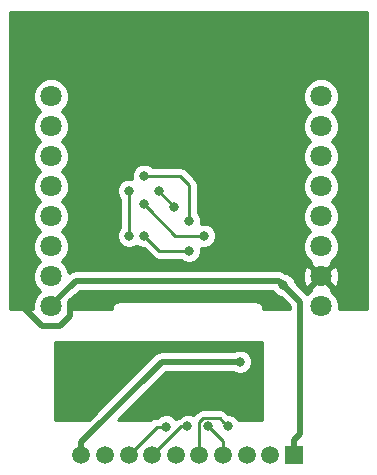
<source format=gbl>
G04 #@! TF.GenerationSoftware,KiCad,Pcbnew,(2017-09-19 revision dddaa7e69)-makepkg*
G04 #@! TF.CreationDate,2017-12-23T23:23:32+10:30*
G04 #@! TF.ProjectId,din_isolated_SPI,64696E5F69736F6C617465645F535049,rev?*
G04 #@! TF.SameCoordinates,Original*
G04 #@! TF.FileFunction,Copper,L2,Bot,Signal*
G04 #@! TF.FilePolarity,Positive*
%FSLAX46Y46*%
G04 Gerber Fmt 4.6, Leading zero omitted, Abs format (unit mm)*
G04 Created by KiCad (PCBNEW (2017-09-19 revision dddaa7e69)-makepkg) date 12/23/17 23:23:32*
%MOMM*%
%LPD*%
G01*
G04 APERTURE LIST*
%ADD10C,1.500000*%
%ADD11R,1.500000X1.500000*%
%ADD12C,1.800000*%
%ADD13C,0.800000*%
%ADD14C,0.250000*%
%ADD15C,0.500000*%
%ADD16C,0.254000*%
G04 APERTURE END LIST*
D10*
X123732000Y-89789000D03*
X125732000Y-89789000D03*
X127732000Y-89789000D03*
X129732000Y-89789000D03*
X131732000Y-89789000D03*
X133732000Y-89789000D03*
X135732000Y-89789000D03*
X137732000Y-89789000D03*
X139732000Y-89789000D03*
D11*
X141732000Y-89789000D03*
D12*
X144018000Y-59436000D03*
X144018000Y-61976000D03*
X144018000Y-64516000D03*
X144018000Y-67056000D03*
X144018000Y-69596000D03*
X144018000Y-72136000D03*
X144018000Y-74676000D03*
X144018000Y-77216000D03*
X121158000Y-77216000D03*
X121158000Y-74676000D03*
X121158000Y-72136000D03*
X121158000Y-69596000D03*
X121158000Y-67056000D03*
X121158000Y-64516000D03*
X121158000Y-61976000D03*
X121158000Y-59436000D03*
D13*
X127762000Y-67437000D03*
X127762000Y-71246988D03*
X130914712Y-87401978D03*
X132715000Y-87376000D03*
X136144000Y-87376000D03*
X130302008Y-67437000D03*
X131591054Y-68782715D03*
X129032000Y-71247004D03*
X132842000Y-72517004D03*
X129031996Y-68580000D03*
X134111990Y-71247000D03*
X129032000Y-66166998D03*
X132842000Y-69977000D03*
X137160000Y-81914966D03*
X134493000Y-87376000D03*
X123952000Y-76327000D03*
X118872000Y-61087000D03*
X118872000Y-58547000D03*
X118872000Y-56007000D03*
X118872000Y-63627000D03*
X118872000Y-66167000D03*
X118872000Y-68707000D03*
X118872000Y-71247000D03*
X118872000Y-73787000D03*
X118872000Y-76327000D03*
X146812000Y-76327000D03*
X146812000Y-73787000D03*
X146812000Y-71247000D03*
X146812000Y-68707000D03*
X146812000Y-66167000D03*
X146812000Y-63627000D03*
X146812000Y-61087000D03*
X146812000Y-58547000D03*
X146812000Y-56007000D03*
X146812000Y-53467000D03*
X144272000Y-53467000D03*
X141732000Y-53467000D03*
X139192000Y-53467000D03*
X136652000Y-53467000D03*
X134112000Y-53467000D03*
X131445000Y-53467000D03*
X129032000Y-53467000D03*
X126492000Y-53467000D03*
X123952000Y-53467000D03*
X121412000Y-53467000D03*
X118872000Y-53467000D03*
X125147774Y-85686206D03*
X137621004Y-85288635D03*
X125222000Y-83947000D03*
X125222000Y-81534000D03*
X140843000Y-75438000D03*
D14*
X127762000Y-70681303D02*
X127762000Y-67437000D01*
X127762000Y-71246988D02*
X127762000Y-70681303D01*
X130349027Y-87401978D02*
X130914712Y-87401978D01*
X130119022Y-87401978D02*
X130349027Y-87401978D01*
X127732000Y-89789000D02*
X130119022Y-87401978D01*
X132149315Y-87376000D02*
X132715000Y-87376000D01*
X132145000Y-87376000D02*
X132149315Y-87376000D01*
X129732000Y-89789000D02*
X132145000Y-87376000D01*
X135744001Y-86976001D02*
X136144000Y-87376000D01*
X135468999Y-86700999D02*
X135744001Y-86976001D01*
X134041999Y-86700999D02*
X135468999Y-86700999D01*
X133732000Y-87010998D02*
X134041999Y-86700999D01*
X133732000Y-89789000D02*
X133732000Y-87010998D01*
X131591054Y-68782715D02*
X130302008Y-67493669D01*
X130302008Y-67493669D02*
X130302008Y-67437000D01*
X129431999Y-71647003D02*
X129032000Y-71247004D01*
X130302000Y-72517004D02*
X129431999Y-71647003D01*
X132842000Y-72517004D02*
X130302000Y-72517004D01*
X131698996Y-71247000D02*
X129431995Y-68979999D01*
X129431995Y-68979999D02*
X129031996Y-68580000D01*
X134111990Y-71247000D02*
X131698996Y-71247000D01*
X132842000Y-69977000D02*
X132842000Y-66945998D01*
X132842000Y-66945998D02*
X132063000Y-66166998D01*
X129597685Y-66166998D02*
X129032000Y-66166998D01*
X132063000Y-66166998D02*
X129597685Y-66166998D01*
D15*
X136594315Y-81914966D02*
X137160000Y-81914966D01*
X123732000Y-89789000D02*
X123732000Y-88728340D01*
X130545374Y-81914966D02*
X136594315Y-81914966D01*
X123732000Y-88728340D02*
X130545374Y-81914966D01*
D14*
X134892999Y-87775999D02*
X134493000Y-87376000D01*
X135732000Y-88615000D02*
X134892999Y-87775999D01*
X135732000Y-89789000D02*
X135732000Y-88615000D01*
D15*
X118872000Y-77372002D02*
X120365999Y-78866001D01*
X120365999Y-78866001D02*
X121950001Y-78866001D01*
X121950001Y-78866001D02*
X122808001Y-78008001D01*
X118872000Y-76327000D02*
X118872000Y-77372002D01*
X122808001Y-78008001D02*
X122808001Y-76882230D01*
X122808001Y-76882230D02*
X123363231Y-76327000D01*
X123363231Y-76327000D02*
X123952000Y-76327000D01*
X118872000Y-73787000D02*
X118872000Y-76327000D01*
X118872000Y-71247000D02*
X118872000Y-73787000D01*
X140443001Y-75038001D02*
X140843000Y-75438000D01*
X123238001Y-75038001D02*
X140443001Y-75038001D01*
X121158000Y-77118002D02*
X123238001Y-75038001D01*
X121158000Y-77216000D02*
X121158000Y-77118002D01*
X142240000Y-76835000D02*
X140843000Y-75438000D01*
X142240000Y-88031000D02*
X142240000Y-76835000D01*
X141732000Y-89789000D02*
X141732000Y-88539000D01*
X141732000Y-88539000D02*
X142240000Y-88031000D01*
D16*
G36*
X139065000Y-86868000D02*
X137053970Y-86868000D01*
X137021942Y-86790485D01*
X136731046Y-86499081D01*
X136350777Y-86341180D01*
X136183836Y-86341034D01*
X136006400Y-86163598D01*
X135759838Y-85998851D01*
X135468999Y-85940999D01*
X134041999Y-85940999D01*
X133751160Y-85998851D01*
X133504598Y-86163598D01*
X133208117Y-86460079D01*
X132921777Y-86341180D01*
X132510029Y-86340821D01*
X132129485Y-86498058D01*
X131978076Y-86649204D01*
X131854160Y-86673852D01*
X131731865Y-86755567D01*
X131501758Y-86525059D01*
X131121489Y-86367158D01*
X130709741Y-86366799D01*
X130329197Y-86524036D01*
X130211049Y-86641978D01*
X130119022Y-86641978D01*
X129828183Y-86699830D01*
X129581621Y-86864577D01*
X129578198Y-86868000D01*
X126843920Y-86868000D01*
X130911953Y-82799966D01*
X136592415Y-82799966D01*
X136953223Y-82949786D01*
X137364971Y-82950145D01*
X137745515Y-82792908D01*
X138036919Y-82502012D01*
X138194820Y-82121743D01*
X138195179Y-81709995D01*
X138037942Y-81329451D01*
X137747046Y-81038047D01*
X137366777Y-80880146D01*
X136955029Y-80879787D01*
X136591567Y-81029966D01*
X130545379Y-81029966D01*
X130545374Y-81029965D01*
X130262890Y-81086156D01*
X130206699Y-81097333D01*
X129919584Y-81289176D01*
X129919582Y-81289179D01*
X124340760Y-86868000D01*
X121539000Y-86868000D01*
X121539000Y-80264000D01*
X139065000Y-80264000D01*
X139065000Y-86868000D01*
X139065000Y-86868000D01*
G37*
X139065000Y-86868000D02*
X137053970Y-86868000D01*
X137021942Y-86790485D01*
X136731046Y-86499081D01*
X136350777Y-86341180D01*
X136183836Y-86341034D01*
X136006400Y-86163598D01*
X135759838Y-85998851D01*
X135468999Y-85940999D01*
X134041999Y-85940999D01*
X133751160Y-85998851D01*
X133504598Y-86163598D01*
X133208117Y-86460079D01*
X132921777Y-86341180D01*
X132510029Y-86340821D01*
X132129485Y-86498058D01*
X131978076Y-86649204D01*
X131854160Y-86673852D01*
X131731865Y-86755567D01*
X131501758Y-86525059D01*
X131121489Y-86367158D01*
X130709741Y-86366799D01*
X130329197Y-86524036D01*
X130211049Y-86641978D01*
X130119022Y-86641978D01*
X129828183Y-86699830D01*
X129581621Y-86864577D01*
X129578198Y-86868000D01*
X126843920Y-86868000D01*
X130911953Y-82799966D01*
X136592415Y-82799966D01*
X136953223Y-82949786D01*
X137364971Y-82950145D01*
X137745515Y-82792908D01*
X138036919Y-82502012D01*
X138194820Y-82121743D01*
X138195179Y-81709995D01*
X138037942Y-81329451D01*
X137747046Y-81038047D01*
X137366777Y-80880146D01*
X136955029Y-80879787D01*
X136591567Y-81029966D01*
X130545379Y-81029966D01*
X130545374Y-81029965D01*
X130262890Y-81086156D01*
X130206699Y-81097333D01*
X129919584Y-81289176D01*
X129919582Y-81289179D01*
X124340760Y-86868000D01*
X121539000Y-86868000D01*
X121539000Y-80264000D01*
X139065000Y-80264000D01*
X139065000Y-86868000D01*
G36*
X147880000Y-77470000D02*
X145552779Y-77470000D01*
X145553265Y-76912009D01*
X145320068Y-76347629D01*
X144888643Y-75915449D01*
X144867806Y-75906797D01*
X144918554Y-75756159D01*
X144018000Y-74855605D01*
X143117446Y-75756159D01*
X143168035Y-75906327D01*
X143149629Y-75913932D01*
X142859817Y-76203238D01*
X141870131Y-75213551D01*
X141720942Y-74852485D01*
X141430046Y-74561081D01*
X141127218Y-74435336D01*
X142471542Y-74435336D01*
X142497161Y-75045460D01*
X142681357Y-75490148D01*
X142937841Y-75576554D01*
X143838395Y-74676000D01*
X144197605Y-74676000D01*
X145098159Y-75576554D01*
X145354643Y-75490148D01*
X145564458Y-74916664D01*
X145538839Y-74306540D01*
X145354643Y-73861852D01*
X145098159Y-73775446D01*
X144197605Y-74676000D01*
X143838395Y-74676000D01*
X142937841Y-73775446D01*
X142681357Y-73861852D01*
X142471542Y-74435336D01*
X141127218Y-74435336D01*
X141064301Y-74409211D01*
X141008624Y-74372009D01*
X140781676Y-74220368D01*
X140725485Y-74209191D01*
X140443001Y-74153000D01*
X140442996Y-74153001D01*
X123238006Y-74153001D01*
X123238001Y-74153000D01*
X122955517Y-74209191D01*
X122899326Y-74220368D01*
X122688746Y-74361072D01*
X122460068Y-73807629D01*
X122058818Y-73405677D01*
X122458551Y-73006643D01*
X122692733Y-72442670D01*
X122693265Y-71832009D01*
X122460068Y-71267629D01*
X122058818Y-70865677D01*
X122458551Y-70466643D01*
X122692733Y-69902670D01*
X122693265Y-69292009D01*
X122460068Y-68727629D01*
X122058818Y-68325677D01*
X122458551Y-67926643D01*
X122576757Y-67641971D01*
X126726821Y-67641971D01*
X126884058Y-68022515D01*
X127002000Y-68140663D01*
X127002000Y-70543227D01*
X126885081Y-70659942D01*
X126727180Y-71040211D01*
X126726821Y-71451959D01*
X126884058Y-71832503D01*
X127174954Y-72123907D01*
X127555223Y-72281808D01*
X127966971Y-72282167D01*
X128347515Y-72124930D01*
X128396823Y-72075708D01*
X128444954Y-72123923D01*
X128825223Y-72281824D01*
X128992164Y-72281970D01*
X129764599Y-73054405D01*
X130011160Y-73219152D01*
X130302000Y-73277004D01*
X132138239Y-73277004D01*
X132254954Y-73393923D01*
X132635223Y-73551824D01*
X133046971Y-73552183D01*
X133427515Y-73394946D01*
X133718919Y-73104050D01*
X133876820Y-72723781D01*
X133877179Y-72312033D01*
X133856304Y-72261511D01*
X133905213Y-72281820D01*
X134316961Y-72282179D01*
X134697505Y-72124942D01*
X134988909Y-71834046D01*
X135146810Y-71453777D01*
X135147169Y-71042029D01*
X134989932Y-70661485D01*
X134699036Y-70370081D01*
X134318767Y-70212180D01*
X133907019Y-70211821D01*
X133856509Y-70232691D01*
X133876820Y-70183777D01*
X133877179Y-69772029D01*
X133719942Y-69391485D01*
X133602000Y-69273337D01*
X133602000Y-66945998D01*
X133583200Y-66851485D01*
X133544148Y-66655158D01*
X133379401Y-66408597D01*
X132600401Y-65629597D01*
X132353839Y-65464850D01*
X132063000Y-65406998D01*
X129735761Y-65406998D01*
X129619046Y-65290079D01*
X129238777Y-65132178D01*
X128827029Y-65131819D01*
X128446485Y-65289056D01*
X128155081Y-65579952D01*
X127997180Y-65960221D01*
X127996821Y-66371969D01*
X128017697Y-66422493D01*
X127968777Y-66402180D01*
X127557029Y-66401821D01*
X127176485Y-66559058D01*
X126885081Y-66849954D01*
X126727180Y-67230223D01*
X126726821Y-67641971D01*
X122576757Y-67641971D01*
X122692733Y-67362670D01*
X122693265Y-66752009D01*
X122460068Y-66187629D01*
X122058818Y-65785677D01*
X122458551Y-65386643D01*
X122692733Y-64822670D01*
X122693265Y-64212009D01*
X122460068Y-63647629D01*
X122058818Y-63245677D01*
X122458551Y-62846643D01*
X122692733Y-62282670D01*
X122693265Y-61672009D01*
X122460068Y-61107629D01*
X122058818Y-60705677D01*
X122458551Y-60306643D01*
X122692733Y-59742670D01*
X122692735Y-59739991D01*
X142482735Y-59739991D01*
X142715932Y-60304371D01*
X143117182Y-60706323D01*
X142717449Y-61105357D01*
X142483267Y-61669330D01*
X142482735Y-62279991D01*
X142715932Y-62844371D01*
X143117182Y-63246323D01*
X142717449Y-63645357D01*
X142483267Y-64209330D01*
X142482735Y-64819991D01*
X142715932Y-65384371D01*
X143117182Y-65786323D01*
X142717449Y-66185357D01*
X142483267Y-66749330D01*
X142482735Y-67359991D01*
X142715932Y-67924371D01*
X143117182Y-68326323D01*
X142717449Y-68725357D01*
X142483267Y-69289330D01*
X142482735Y-69899991D01*
X142715932Y-70464371D01*
X143117182Y-70866323D01*
X142717449Y-71265357D01*
X142483267Y-71829330D01*
X142482735Y-72439991D01*
X142715932Y-73004371D01*
X143147357Y-73436551D01*
X143168194Y-73445203D01*
X143117446Y-73595841D01*
X144018000Y-74496395D01*
X144918554Y-73595841D01*
X144867965Y-73445673D01*
X144886371Y-73438068D01*
X145318551Y-73006643D01*
X145552733Y-72442670D01*
X145553265Y-71832009D01*
X145320068Y-71267629D01*
X144918818Y-70865677D01*
X145318551Y-70466643D01*
X145552733Y-69902670D01*
X145553265Y-69292009D01*
X145320068Y-68727629D01*
X144918818Y-68325677D01*
X145318551Y-67926643D01*
X145552733Y-67362670D01*
X145553265Y-66752009D01*
X145320068Y-66187629D01*
X144918818Y-65785677D01*
X145318551Y-65386643D01*
X145552733Y-64822670D01*
X145553265Y-64212009D01*
X145320068Y-63647629D01*
X144918818Y-63245677D01*
X145318551Y-62846643D01*
X145552733Y-62282670D01*
X145553265Y-61672009D01*
X145320068Y-61107629D01*
X144918818Y-60705677D01*
X145318551Y-60306643D01*
X145552733Y-59742670D01*
X145553265Y-59132009D01*
X145320068Y-58567629D01*
X144888643Y-58135449D01*
X144324670Y-57901267D01*
X143714009Y-57900735D01*
X143149629Y-58133932D01*
X142717449Y-58565357D01*
X142483267Y-59129330D01*
X142482735Y-59739991D01*
X122692735Y-59739991D01*
X122693265Y-59132009D01*
X122460068Y-58567629D01*
X122028643Y-58135449D01*
X121464670Y-57901267D01*
X120854009Y-57900735D01*
X120289629Y-58133932D01*
X119857449Y-58565357D01*
X119623267Y-59129330D01*
X119622735Y-59739991D01*
X119855932Y-60304371D01*
X120257182Y-60706323D01*
X119857449Y-61105357D01*
X119623267Y-61669330D01*
X119622735Y-62279991D01*
X119855932Y-62844371D01*
X120257182Y-63246323D01*
X119857449Y-63645357D01*
X119623267Y-64209330D01*
X119622735Y-64819991D01*
X119855932Y-65384371D01*
X120257182Y-65786323D01*
X119857449Y-66185357D01*
X119623267Y-66749330D01*
X119622735Y-67359991D01*
X119855932Y-67924371D01*
X120257182Y-68326323D01*
X119857449Y-68725357D01*
X119623267Y-69289330D01*
X119622735Y-69899991D01*
X119855932Y-70464371D01*
X120257182Y-70866323D01*
X119857449Y-71265357D01*
X119623267Y-71829330D01*
X119622735Y-72439991D01*
X119855932Y-73004371D01*
X120257182Y-73406323D01*
X119857449Y-73805357D01*
X119623267Y-74369330D01*
X119622735Y-74979991D01*
X119855932Y-75544371D01*
X120257182Y-75946323D01*
X119857449Y-76345357D01*
X119623267Y-76909330D01*
X119622779Y-77470000D01*
X117729000Y-77470000D01*
X117729000Y-52324000D01*
X147880000Y-52324000D01*
X147880000Y-77470000D01*
X147880000Y-77470000D01*
G37*
X147880000Y-77470000D02*
X145552779Y-77470000D01*
X145553265Y-76912009D01*
X145320068Y-76347629D01*
X144888643Y-75915449D01*
X144867806Y-75906797D01*
X144918554Y-75756159D01*
X144018000Y-74855605D01*
X143117446Y-75756159D01*
X143168035Y-75906327D01*
X143149629Y-75913932D01*
X142859817Y-76203238D01*
X141870131Y-75213551D01*
X141720942Y-74852485D01*
X141430046Y-74561081D01*
X141127218Y-74435336D01*
X142471542Y-74435336D01*
X142497161Y-75045460D01*
X142681357Y-75490148D01*
X142937841Y-75576554D01*
X143838395Y-74676000D01*
X144197605Y-74676000D01*
X145098159Y-75576554D01*
X145354643Y-75490148D01*
X145564458Y-74916664D01*
X145538839Y-74306540D01*
X145354643Y-73861852D01*
X145098159Y-73775446D01*
X144197605Y-74676000D01*
X143838395Y-74676000D01*
X142937841Y-73775446D01*
X142681357Y-73861852D01*
X142471542Y-74435336D01*
X141127218Y-74435336D01*
X141064301Y-74409211D01*
X141008624Y-74372009D01*
X140781676Y-74220368D01*
X140725485Y-74209191D01*
X140443001Y-74153000D01*
X140442996Y-74153001D01*
X123238006Y-74153001D01*
X123238001Y-74153000D01*
X122955517Y-74209191D01*
X122899326Y-74220368D01*
X122688746Y-74361072D01*
X122460068Y-73807629D01*
X122058818Y-73405677D01*
X122458551Y-73006643D01*
X122692733Y-72442670D01*
X122693265Y-71832009D01*
X122460068Y-71267629D01*
X122058818Y-70865677D01*
X122458551Y-70466643D01*
X122692733Y-69902670D01*
X122693265Y-69292009D01*
X122460068Y-68727629D01*
X122058818Y-68325677D01*
X122458551Y-67926643D01*
X122576757Y-67641971D01*
X126726821Y-67641971D01*
X126884058Y-68022515D01*
X127002000Y-68140663D01*
X127002000Y-70543227D01*
X126885081Y-70659942D01*
X126727180Y-71040211D01*
X126726821Y-71451959D01*
X126884058Y-71832503D01*
X127174954Y-72123907D01*
X127555223Y-72281808D01*
X127966971Y-72282167D01*
X128347515Y-72124930D01*
X128396823Y-72075708D01*
X128444954Y-72123923D01*
X128825223Y-72281824D01*
X128992164Y-72281970D01*
X129764599Y-73054405D01*
X130011160Y-73219152D01*
X130302000Y-73277004D01*
X132138239Y-73277004D01*
X132254954Y-73393923D01*
X132635223Y-73551824D01*
X133046971Y-73552183D01*
X133427515Y-73394946D01*
X133718919Y-73104050D01*
X133876820Y-72723781D01*
X133877179Y-72312033D01*
X133856304Y-72261511D01*
X133905213Y-72281820D01*
X134316961Y-72282179D01*
X134697505Y-72124942D01*
X134988909Y-71834046D01*
X135146810Y-71453777D01*
X135147169Y-71042029D01*
X134989932Y-70661485D01*
X134699036Y-70370081D01*
X134318767Y-70212180D01*
X133907019Y-70211821D01*
X133856509Y-70232691D01*
X133876820Y-70183777D01*
X133877179Y-69772029D01*
X133719942Y-69391485D01*
X133602000Y-69273337D01*
X133602000Y-66945998D01*
X133583200Y-66851485D01*
X133544148Y-66655158D01*
X133379401Y-66408597D01*
X132600401Y-65629597D01*
X132353839Y-65464850D01*
X132063000Y-65406998D01*
X129735761Y-65406998D01*
X129619046Y-65290079D01*
X129238777Y-65132178D01*
X128827029Y-65131819D01*
X128446485Y-65289056D01*
X128155081Y-65579952D01*
X127997180Y-65960221D01*
X127996821Y-66371969D01*
X128017697Y-66422493D01*
X127968777Y-66402180D01*
X127557029Y-66401821D01*
X127176485Y-66559058D01*
X126885081Y-66849954D01*
X126727180Y-67230223D01*
X126726821Y-67641971D01*
X122576757Y-67641971D01*
X122692733Y-67362670D01*
X122693265Y-66752009D01*
X122460068Y-66187629D01*
X122058818Y-65785677D01*
X122458551Y-65386643D01*
X122692733Y-64822670D01*
X122693265Y-64212009D01*
X122460068Y-63647629D01*
X122058818Y-63245677D01*
X122458551Y-62846643D01*
X122692733Y-62282670D01*
X122693265Y-61672009D01*
X122460068Y-61107629D01*
X122058818Y-60705677D01*
X122458551Y-60306643D01*
X122692733Y-59742670D01*
X122692735Y-59739991D01*
X142482735Y-59739991D01*
X142715932Y-60304371D01*
X143117182Y-60706323D01*
X142717449Y-61105357D01*
X142483267Y-61669330D01*
X142482735Y-62279991D01*
X142715932Y-62844371D01*
X143117182Y-63246323D01*
X142717449Y-63645357D01*
X142483267Y-64209330D01*
X142482735Y-64819991D01*
X142715932Y-65384371D01*
X143117182Y-65786323D01*
X142717449Y-66185357D01*
X142483267Y-66749330D01*
X142482735Y-67359991D01*
X142715932Y-67924371D01*
X143117182Y-68326323D01*
X142717449Y-68725357D01*
X142483267Y-69289330D01*
X142482735Y-69899991D01*
X142715932Y-70464371D01*
X143117182Y-70866323D01*
X142717449Y-71265357D01*
X142483267Y-71829330D01*
X142482735Y-72439991D01*
X142715932Y-73004371D01*
X143147357Y-73436551D01*
X143168194Y-73445203D01*
X143117446Y-73595841D01*
X144018000Y-74496395D01*
X144918554Y-73595841D01*
X144867965Y-73445673D01*
X144886371Y-73438068D01*
X145318551Y-73006643D01*
X145552733Y-72442670D01*
X145553265Y-71832009D01*
X145320068Y-71267629D01*
X144918818Y-70865677D01*
X145318551Y-70466643D01*
X145552733Y-69902670D01*
X145553265Y-69292009D01*
X145320068Y-68727629D01*
X144918818Y-68325677D01*
X145318551Y-67926643D01*
X145552733Y-67362670D01*
X145553265Y-66752009D01*
X145320068Y-66187629D01*
X144918818Y-65785677D01*
X145318551Y-65386643D01*
X145552733Y-64822670D01*
X145553265Y-64212009D01*
X145320068Y-63647629D01*
X144918818Y-63245677D01*
X145318551Y-62846643D01*
X145552733Y-62282670D01*
X145553265Y-61672009D01*
X145320068Y-61107629D01*
X144918818Y-60705677D01*
X145318551Y-60306643D01*
X145552733Y-59742670D01*
X145553265Y-59132009D01*
X145320068Y-58567629D01*
X144888643Y-58135449D01*
X144324670Y-57901267D01*
X143714009Y-57900735D01*
X143149629Y-58133932D01*
X142717449Y-58565357D01*
X142483267Y-59129330D01*
X142482735Y-59739991D01*
X122692735Y-59739991D01*
X122693265Y-59132009D01*
X122460068Y-58567629D01*
X122028643Y-58135449D01*
X121464670Y-57901267D01*
X120854009Y-57900735D01*
X120289629Y-58133932D01*
X119857449Y-58565357D01*
X119623267Y-59129330D01*
X119622735Y-59739991D01*
X119855932Y-60304371D01*
X120257182Y-60706323D01*
X119857449Y-61105357D01*
X119623267Y-61669330D01*
X119622735Y-62279991D01*
X119855932Y-62844371D01*
X120257182Y-63246323D01*
X119857449Y-63645357D01*
X119623267Y-64209330D01*
X119622735Y-64819991D01*
X119855932Y-65384371D01*
X120257182Y-65786323D01*
X119857449Y-66185357D01*
X119623267Y-66749330D01*
X119622735Y-67359991D01*
X119855932Y-67924371D01*
X120257182Y-68326323D01*
X119857449Y-68725357D01*
X119623267Y-69289330D01*
X119622735Y-69899991D01*
X119855932Y-70464371D01*
X120257182Y-70866323D01*
X119857449Y-71265357D01*
X119623267Y-71829330D01*
X119622735Y-72439991D01*
X119855932Y-73004371D01*
X120257182Y-73406323D01*
X119857449Y-73805357D01*
X119623267Y-74369330D01*
X119622735Y-74979991D01*
X119855932Y-75544371D01*
X120257182Y-75946323D01*
X119857449Y-76345357D01*
X119623267Y-76909330D01*
X119622779Y-77470000D01*
X117729000Y-77470000D01*
X117729000Y-52324000D01*
X147880000Y-52324000D01*
X147880000Y-77470000D01*
G36*
X139965058Y-76023515D02*
X140255954Y-76314919D01*
X140619152Y-76465731D01*
X141355000Y-77201579D01*
X141355000Y-77470000D01*
X139140000Y-77470000D01*
X139085954Y-77198295D01*
X138932046Y-76967954D01*
X138701705Y-76814046D01*
X138430000Y-76760000D01*
X127000000Y-76760000D01*
X126728295Y-76814046D01*
X126497954Y-76967954D01*
X126344046Y-77198295D01*
X126290000Y-77470000D01*
X122692779Y-77470000D01*
X122693265Y-76912009D01*
X122670549Y-76857032D01*
X123604580Y-75923001D01*
X139923527Y-75923001D01*
X139965058Y-76023515D01*
X139965058Y-76023515D01*
G37*
X139965058Y-76023515D02*
X140255954Y-76314919D01*
X140619152Y-76465731D01*
X141355000Y-77201579D01*
X141355000Y-77470000D01*
X139140000Y-77470000D01*
X139085954Y-77198295D01*
X138932046Y-76967954D01*
X138701705Y-76814046D01*
X138430000Y-76760000D01*
X127000000Y-76760000D01*
X126728295Y-76814046D01*
X126497954Y-76967954D01*
X126344046Y-77198295D01*
X126290000Y-77470000D01*
X122692779Y-77470000D01*
X122693265Y-76912009D01*
X122670549Y-76857032D01*
X123604580Y-75923001D01*
X139923527Y-75923001D01*
X139965058Y-76023515D01*
M02*

</source>
